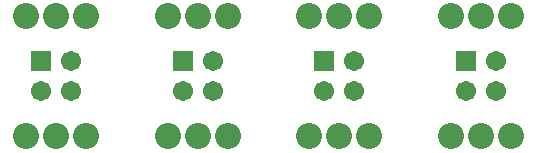
<source format=gts>
G04*
G04 #@! TF.GenerationSoftware,Altium Limited,Altium Designer,20.1.8 (145)*
G04*
G04 Layer_Color=8388736*
%FSLAX25Y25*%
%MOIN*%
G70*
G04*
G04 #@! TF.SameCoordinates,6776F504-3C08-431A-B1F5-C50581409E40*
G04*
G04*
G04 #@! TF.FilePolarity,Negative*
G04*
G01*
G75*
%ADD13C,0.08674*%
%ADD14C,0.06706*%
%ADD15R,0.06706X0.06706*%
D13*
X90945Y51500D02*
D03*
Y11500D02*
D03*
X100945D02*
D03*
X80945D02*
D03*
Y51500D02*
D03*
X100945D02*
D03*
X138189D02*
D03*
Y11500D02*
D03*
X148189D02*
D03*
X128189D02*
D03*
Y51500D02*
D03*
X148189D02*
D03*
X43701D02*
D03*
Y11500D02*
D03*
X53701D02*
D03*
X33701D02*
D03*
Y51500D02*
D03*
X53701D02*
D03*
X185433D02*
D03*
Y11500D02*
D03*
X195433D02*
D03*
X175433D02*
D03*
Y51500D02*
D03*
X195433D02*
D03*
D14*
X48701Y26500D02*
D03*
X38701D02*
D03*
X48701Y36500D02*
D03*
X95945Y26500D02*
D03*
X85945D02*
D03*
X95945Y36500D02*
D03*
X143189Y26500D02*
D03*
X133189D02*
D03*
X143189Y36500D02*
D03*
X190433Y26500D02*
D03*
X180433D02*
D03*
X190433Y36500D02*
D03*
D15*
X38701D02*
D03*
X85945D02*
D03*
X133189D02*
D03*
X180433D02*
D03*
M02*

</source>
